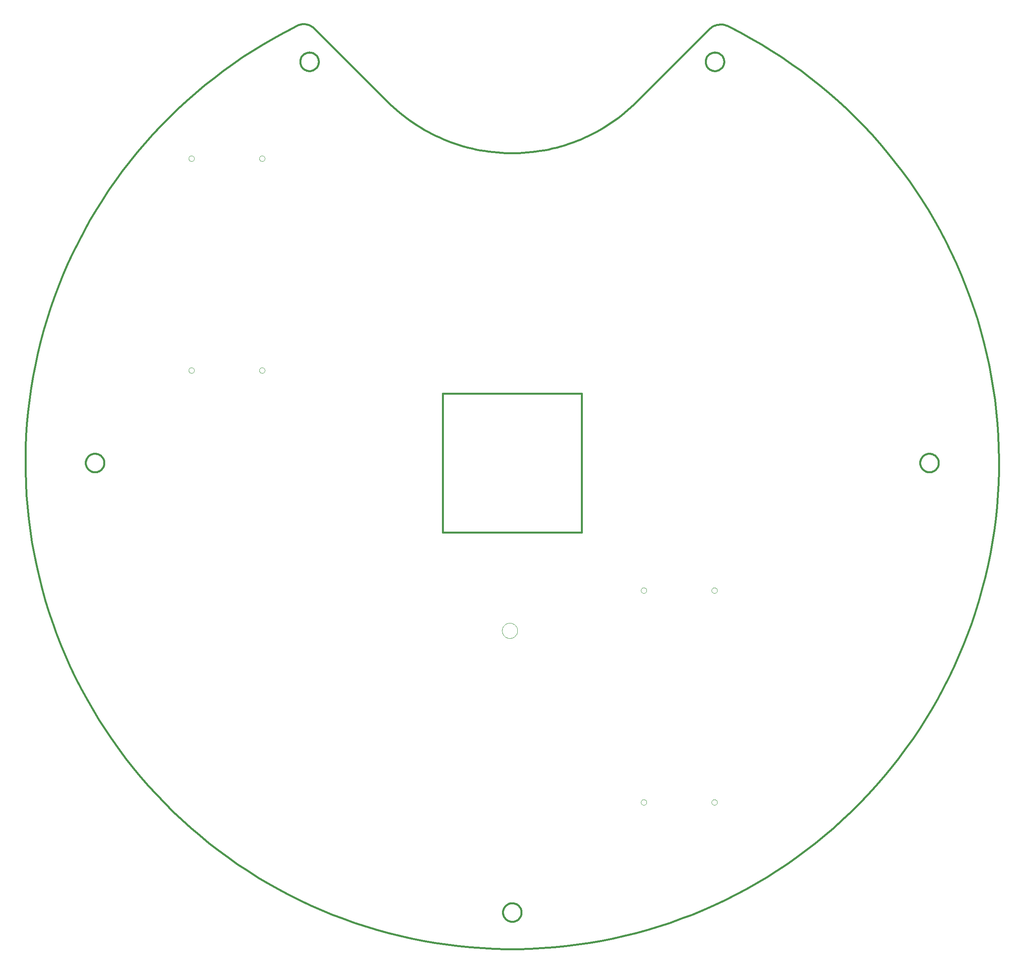
<source format=gbp>
G75*
%MOIN*%
%OFA0B0*%
%FSLAX24Y24*%
%IPPOS*%
%LPD*%
%AMOC8*
5,1,8,0,0,1.08239X$1,22.5*
%
%ADD10C,0.0160*%
%ADD11C,0.0000*%
D10*
X037702Y037702D02*
X049513Y037702D01*
X049513Y049513D01*
X037702Y049513D01*
X037702Y037702D01*
X025103Y080615D02*
X024205Y080152D01*
X023318Y079667D01*
X022443Y079160D01*
X021581Y078632D01*
X020733Y078083D01*
X019898Y077513D01*
X019077Y076923D01*
X018271Y076314D01*
X017480Y075684D01*
X016704Y075036D01*
X015945Y074369D01*
X015202Y073683D01*
X014476Y072980D01*
X013768Y072259D01*
X013077Y071521D01*
X012405Y070766D01*
X011751Y069995D01*
X011116Y069208D01*
X010501Y068406D01*
X009906Y067589D01*
X009331Y066758D01*
X008776Y065913D01*
X008242Y065055D01*
X007729Y064184D01*
X007238Y063301D01*
X006768Y062406D01*
X006321Y061499D01*
X005895Y060582D01*
X005493Y059655D01*
X005113Y058719D01*
X004756Y057773D01*
X004422Y056819D01*
X004112Y055857D01*
X003825Y054888D01*
X003562Y053912D01*
X003323Y052929D01*
X003108Y051942D01*
X002918Y050949D01*
X002751Y049952D01*
X002609Y048951D01*
X002492Y047947D01*
X002399Y046941D01*
X002331Y045932D01*
X002288Y044922D01*
X002269Y043912D01*
X002275Y042901D01*
X002305Y041891D01*
X002361Y040881D01*
X002441Y039874D01*
X002545Y038868D01*
X002675Y037866D01*
X002828Y036867D01*
X003006Y035872D01*
X003208Y034881D01*
X003435Y033896D01*
X003685Y032917D01*
X003960Y031944D01*
X004258Y030978D01*
X004579Y030020D01*
X004924Y029070D01*
X005292Y028129D01*
X005683Y027196D01*
X006097Y026274D01*
X006533Y025362D01*
X006991Y024461D01*
X007471Y023572D01*
X007973Y022694D01*
X008496Y021829D01*
X009040Y020977D01*
X009604Y020139D01*
X010189Y019315D01*
X010794Y018505D01*
X011419Y017710D01*
X012063Y016931D01*
X012725Y016168D01*
X013406Y015421D01*
X014106Y014691D01*
X014822Y013978D01*
X015556Y013283D01*
X016307Y012606D01*
X017074Y011948D01*
X017857Y011309D01*
X018656Y010689D01*
X019469Y010089D01*
X020297Y009509D01*
X021139Y008949D01*
X021994Y008410D01*
X022862Y007892D01*
X023742Y007396D01*
X024634Y006921D01*
X025538Y006468D01*
X026453Y006037D01*
X027377Y005629D01*
X028312Y005244D01*
X029255Y004881D01*
X030207Y004542D01*
X031168Y004226D01*
X032135Y003934D01*
X033110Y003665D01*
X034090Y003420D01*
X035077Y003200D01*
X036068Y003003D01*
X037064Y002831D01*
X038064Y002683D01*
X039067Y002560D01*
X040073Y002461D01*
X041082Y002387D01*
X042091Y002338D01*
X043102Y002313D01*
X044112Y002313D01*
X045123Y002338D01*
X046132Y002387D01*
X047141Y002461D01*
X048147Y002560D01*
X049150Y002683D01*
X050150Y002831D01*
X051146Y003003D01*
X052137Y003200D01*
X053124Y003420D01*
X054104Y003665D01*
X055079Y003934D01*
X056046Y004226D01*
X057007Y004542D01*
X057959Y004881D01*
X058902Y005244D01*
X059837Y005629D01*
X060761Y006037D01*
X061676Y006468D01*
X062580Y006921D01*
X063472Y007396D01*
X064352Y007892D01*
X065220Y008410D01*
X066075Y008949D01*
X066917Y009509D01*
X067745Y010089D01*
X068558Y010689D01*
X069357Y011309D01*
X070140Y011948D01*
X070907Y012606D01*
X071658Y013283D01*
X072392Y013978D01*
X073108Y014691D01*
X073808Y015421D01*
X074489Y016168D01*
X075151Y016931D01*
X075795Y017710D01*
X076420Y018505D01*
X077025Y019315D01*
X077610Y020139D01*
X078174Y020977D01*
X078718Y021829D01*
X079241Y022694D01*
X079743Y023572D01*
X080223Y024461D01*
X080681Y025362D01*
X081117Y026274D01*
X081531Y027196D01*
X081922Y028129D01*
X082290Y029070D01*
X082635Y030020D01*
X082956Y030978D01*
X083254Y031944D01*
X083529Y032917D01*
X083779Y033896D01*
X084006Y034881D01*
X084208Y035872D01*
X084386Y036867D01*
X084539Y037866D01*
X084669Y038868D01*
X084773Y039874D01*
X084853Y040881D01*
X084909Y041891D01*
X084939Y042901D01*
X084945Y043912D01*
X084926Y044922D01*
X084883Y045932D01*
X084815Y046941D01*
X084722Y047947D01*
X084605Y048951D01*
X084463Y049952D01*
X084296Y050949D01*
X084106Y051942D01*
X083891Y052929D01*
X083652Y053912D01*
X083389Y054888D01*
X083102Y055857D01*
X082792Y056819D01*
X082458Y057773D01*
X082101Y058719D01*
X081721Y059655D01*
X081319Y060582D01*
X080893Y061499D01*
X080446Y062406D01*
X079976Y063301D01*
X079485Y064184D01*
X078972Y065055D01*
X078438Y065913D01*
X077883Y066758D01*
X077308Y067589D01*
X076713Y068406D01*
X076098Y069208D01*
X075463Y069995D01*
X074809Y070766D01*
X074137Y071521D01*
X073446Y072259D01*
X072738Y072980D01*
X072012Y073683D01*
X071269Y074369D01*
X070510Y075036D01*
X069734Y075684D01*
X068943Y076314D01*
X068137Y076923D01*
X067316Y077513D01*
X066481Y078083D01*
X065633Y078632D01*
X064771Y079160D01*
X063896Y079667D01*
X063009Y080152D01*
X062111Y080615D01*
X062049Y080655D01*
X061986Y080692D01*
X061921Y080725D01*
X061855Y080754D01*
X061786Y080780D01*
X061717Y080803D01*
X061646Y080822D01*
X061575Y080837D01*
X061503Y080848D01*
X061430Y080855D01*
X061357Y080859D01*
X061284Y080858D01*
X061212Y080854D01*
X061139Y080846D01*
X061067Y080834D01*
X060996Y080819D01*
X060925Y080799D01*
X060856Y080776D01*
X060788Y080750D01*
X060722Y080719D01*
X060657Y080686D01*
X060594Y080649D01*
X060533Y080608D01*
X060475Y080565D01*
X060419Y080518D01*
X054225Y074328D01*
X060037Y077694D02*
X060039Y077750D01*
X060045Y077805D01*
X060055Y077859D01*
X060068Y077913D01*
X060086Y077966D01*
X060107Y078017D01*
X060131Y078067D01*
X060159Y078115D01*
X060191Y078161D01*
X060225Y078205D01*
X060263Y078246D01*
X060303Y078284D01*
X060346Y078319D01*
X060391Y078351D01*
X060439Y078380D01*
X060488Y078406D01*
X060539Y078428D01*
X060591Y078446D01*
X060645Y078460D01*
X060700Y078471D01*
X060755Y078478D01*
X060810Y078481D01*
X060866Y078480D01*
X060921Y078475D01*
X060976Y078466D01*
X061030Y078454D01*
X061083Y078437D01*
X061135Y078417D01*
X061185Y078393D01*
X061233Y078366D01*
X061280Y078336D01*
X061324Y078302D01*
X061366Y078265D01*
X061404Y078225D01*
X061441Y078183D01*
X061474Y078138D01*
X061503Y078092D01*
X061530Y078043D01*
X061552Y077992D01*
X061572Y077940D01*
X061587Y077886D01*
X061599Y077832D01*
X061607Y077777D01*
X061611Y077722D01*
X061611Y077666D01*
X061607Y077611D01*
X061599Y077556D01*
X061587Y077502D01*
X061572Y077448D01*
X061552Y077396D01*
X061530Y077345D01*
X061503Y077296D01*
X061474Y077250D01*
X061441Y077205D01*
X061404Y077163D01*
X061366Y077123D01*
X061324Y077086D01*
X061280Y077052D01*
X061233Y077022D01*
X061185Y076995D01*
X061135Y076971D01*
X061083Y076951D01*
X061030Y076934D01*
X060976Y076922D01*
X060921Y076913D01*
X060866Y076908D01*
X060810Y076907D01*
X060755Y076910D01*
X060700Y076917D01*
X060645Y076928D01*
X060591Y076942D01*
X060539Y076960D01*
X060488Y076982D01*
X060439Y077008D01*
X060391Y077037D01*
X060346Y077069D01*
X060303Y077104D01*
X060263Y077142D01*
X060225Y077183D01*
X060191Y077227D01*
X060159Y077273D01*
X060131Y077321D01*
X060107Y077371D01*
X060086Y077422D01*
X060068Y077475D01*
X060055Y077529D01*
X060045Y077583D01*
X060039Y077638D01*
X060037Y077694D01*
X054225Y074328D02*
X053965Y074075D01*
X053700Y073827D01*
X053428Y073587D01*
X053151Y073353D01*
X052868Y073126D01*
X052579Y072905D01*
X052286Y072692D01*
X051987Y072486D01*
X051684Y072287D01*
X051375Y072096D01*
X051063Y071912D01*
X050745Y071735D01*
X050424Y071567D01*
X050099Y071406D01*
X049770Y071253D01*
X049437Y071108D01*
X049101Y070971D01*
X048762Y070842D01*
X048419Y070722D01*
X048074Y070610D01*
X047727Y070506D01*
X047376Y070411D01*
X047024Y070324D01*
X046670Y070246D01*
X046314Y070176D01*
X045956Y070115D01*
X045597Y070062D01*
X045237Y070019D01*
X044876Y069984D01*
X044514Y069957D01*
X044151Y069940D01*
X043788Y069931D01*
X043426Y069931D01*
X043063Y069940D01*
X042700Y069957D01*
X042338Y069984D01*
X041977Y070019D01*
X041617Y070062D01*
X041258Y070115D01*
X040900Y070176D01*
X040544Y070246D01*
X040190Y070324D01*
X039838Y070411D01*
X039487Y070506D01*
X039140Y070610D01*
X038795Y070722D01*
X038452Y070842D01*
X038113Y070971D01*
X037777Y071108D01*
X037444Y071253D01*
X037115Y071406D01*
X036790Y071567D01*
X036469Y071735D01*
X036151Y071912D01*
X035839Y072096D01*
X035530Y072287D01*
X035227Y072486D01*
X034928Y072692D01*
X034635Y072905D01*
X034346Y073126D01*
X034063Y073353D01*
X033786Y073587D01*
X033514Y073827D01*
X033249Y074075D01*
X032989Y074328D01*
X026836Y080476D01*
X026787Y080527D01*
X026736Y080576D01*
X026681Y080621D01*
X026624Y080663D01*
X026565Y080702D01*
X026504Y080738D01*
X026440Y080770D01*
X026376Y080799D01*
X026309Y080824D01*
X026241Y080845D01*
X026173Y080862D01*
X026103Y080876D01*
X026033Y080886D01*
X025962Y080891D01*
X025891Y080893D01*
X025820Y080891D01*
X025750Y080885D01*
X025679Y080874D01*
X025610Y080860D01*
X025541Y080842D01*
X025474Y080821D01*
X025408Y080795D01*
X025343Y080766D01*
X025280Y080733D01*
X025219Y080697D01*
X025160Y080658D01*
X025103Y080615D01*
X025604Y077694D02*
X025606Y077750D01*
X025612Y077805D01*
X025622Y077859D01*
X025635Y077913D01*
X025653Y077966D01*
X025674Y078017D01*
X025698Y078067D01*
X025726Y078115D01*
X025758Y078161D01*
X025792Y078205D01*
X025830Y078246D01*
X025870Y078284D01*
X025913Y078319D01*
X025958Y078351D01*
X026006Y078380D01*
X026055Y078406D01*
X026106Y078428D01*
X026158Y078446D01*
X026212Y078460D01*
X026267Y078471D01*
X026322Y078478D01*
X026377Y078481D01*
X026433Y078480D01*
X026488Y078475D01*
X026543Y078466D01*
X026597Y078454D01*
X026650Y078437D01*
X026702Y078417D01*
X026752Y078393D01*
X026800Y078366D01*
X026847Y078336D01*
X026891Y078302D01*
X026933Y078265D01*
X026971Y078225D01*
X027008Y078183D01*
X027041Y078138D01*
X027070Y078092D01*
X027097Y078043D01*
X027119Y077992D01*
X027139Y077940D01*
X027154Y077886D01*
X027166Y077832D01*
X027174Y077777D01*
X027178Y077722D01*
X027178Y077666D01*
X027174Y077611D01*
X027166Y077556D01*
X027154Y077502D01*
X027139Y077448D01*
X027119Y077396D01*
X027097Y077345D01*
X027070Y077296D01*
X027041Y077250D01*
X027008Y077205D01*
X026971Y077163D01*
X026933Y077123D01*
X026891Y077086D01*
X026847Y077052D01*
X026800Y077022D01*
X026752Y076995D01*
X026702Y076971D01*
X026650Y076951D01*
X026597Y076934D01*
X026543Y076922D01*
X026488Y076913D01*
X026433Y076908D01*
X026377Y076907D01*
X026322Y076910D01*
X026267Y076917D01*
X026212Y076928D01*
X026158Y076942D01*
X026106Y076960D01*
X026055Y076982D01*
X026006Y077008D01*
X025958Y077037D01*
X025913Y077069D01*
X025870Y077104D01*
X025830Y077142D01*
X025792Y077183D01*
X025758Y077227D01*
X025726Y077273D01*
X025698Y077321D01*
X025674Y077371D01*
X025653Y077422D01*
X025635Y077475D01*
X025622Y077529D01*
X025612Y077583D01*
X025606Y077638D01*
X025604Y077694D01*
X007387Y043607D02*
X007389Y043663D01*
X007395Y043718D01*
X007405Y043772D01*
X007418Y043826D01*
X007436Y043879D01*
X007457Y043930D01*
X007481Y043980D01*
X007509Y044028D01*
X007541Y044074D01*
X007575Y044118D01*
X007613Y044159D01*
X007653Y044197D01*
X007696Y044232D01*
X007741Y044264D01*
X007789Y044293D01*
X007838Y044319D01*
X007889Y044341D01*
X007941Y044359D01*
X007995Y044373D01*
X008050Y044384D01*
X008105Y044391D01*
X008160Y044394D01*
X008216Y044393D01*
X008271Y044388D01*
X008326Y044379D01*
X008380Y044367D01*
X008433Y044350D01*
X008485Y044330D01*
X008535Y044306D01*
X008583Y044279D01*
X008630Y044249D01*
X008674Y044215D01*
X008716Y044178D01*
X008754Y044138D01*
X008791Y044096D01*
X008824Y044051D01*
X008853Y044005D01*
X008880Y043956D01*
X008902Y043905D01*
X008922Y043853D01*
X008937Y043799D01*
X008949Y043745D01*
X008957Y043690D01*
X008961Y043635D01*
X008961Y043579D01*
X008957Y043524D01*
X008949Y043469D01*
X008937Y043415D01*
X008922Y043361D01*
X008902Y043309D01*
X008880Y043258D01*
X008853Y043209D01*
X008824Y043163D01*
X008791Y043118D01*
X008754Y043076D01*
X008716Y043036D01*
X008674Y042999D01*
X008630Y042965D01*
X008583Y042935D01*
X008535Y042908D01*
X008485Y042884D01*
X008433Y042864D01*
X008380Y042847D01*
X008326Y042835D01*
X008271Y042826D01*
X008216Y042821D01*
X008160Y042820D01*
X008105Y042823D01*
X008050Y042830D01*
X007995Y042841D01*
X007941Y042855D01*
X007889Y042873D01*
X007838Y042895D01*
X007789Y042921D01*
X007741Y042950D01*
X007696Y042982D01*
X007653Y043017D01*
X007613Y043055D01*
X007575Y043096D01*
X007541Y043140D01*
X007509Y043186D01*
X007481Y043234D01*
X007457Y043284D01*
X007436Y043335D01*
X007418Y043388D01*
X007405Y043442D01*
X007395Y043496D01*
X007389Y043551D01*
X007387Y043607D01*
X042820Y005418D02*
X042822Y005474D01*
X042828Y005529D01*
X042838Y005583D01*
X042851Y005637D01*
X042869Y005690D01*
X042890Y005741D01*
X042914Y005791D01*
X042942Y005839D01*
X042974Y005885D01*
X043008Y005929D01*
X043046Y005970D01*
X043086Y006008D01*
X043129Y006043D01*
X043174Y006075D01*
X043222Y006104D01*
X043271Y006130D01*
X043322Y006152D01*
X043374Y006170D01*
X043428Y006184D01*
X043483Y006195D01*
X043538Y006202D01*
X043593Y006205D01*
X043649Y006204D01*
X043704Y006199D01*
X043759Y006190D01*
X043813Y006178D01*
X043866Y006161D01*
X043918Y006141D01*
X043968Y006117D01*
X044016Y006090D01*
X044063Y006060D01*
X044107Y006026D01*
X044149Y005989D01*
X044187Y005949D01*
X044224Y005907D01*
X044257Y005862D01*
X044286Y005816D01*
X044313Y005767D01*
X044335Y005716D01*
X044355Y005664D01*
X044370Y005610D01*
X044382Y005556D01*
X044390Y005501D01*
X044394Y005446D01*
X044394Y005390D01*
X044390Y005335D01*
X044382Y005280D01*
X044370Y005226D01*
X044355Y005172D01*
X044335Y005120D01*
X044313Y005069D01*
X044286Y005020D01*
X044257Y004974D01*
X044224Y004929D01*
X044187Y004887D01*
X044149Y004847D01*
X044107Y004810D01*
X044063Y004776D01*
X044016Y004746D01*
X043968Y004719D01*
X043918Y004695D01*
X043866Y004675D01*
X043813Y004658D01*
X043759Y004646D01*
X043704Y004637D01*
X043649Y004632D01*
X043593Y004631D01*
X043538Y004634D01*
X043483Y004641D01*
X043428Y004652D01*
X043374Y004666D01*
X043322Y004684D01*
X043271Y004706D01*
X043222Y004732D01*
X043174Y004761D01*
X043129Y004793D01*
X043086Y004828D01*
X043046Y004866D01*
X043008Y004907D01*
X042974Y004951D01*
X042942Y004997D01*
X042914Y005045D01*
X042890Y005095D01*
X042869Y005146D01*
X042851Y005199D01*
X042838Y005253D01*
X042828Y005307D01*
X042822Y005362D01*
X042820Y005418D01*
X078253Y043607D02*
X078255Y043663D01*
X078261Y043718D01*
X078271Y043772D01*
X078284Y043826D01*
X078302Y043879D01*
X078323Y043930D01*
X078347Y043980D01*
X078375Y044028D01*
X078407Y044074D01*
X078441Y044118D01*
X078479Y044159D01*
X078519Y044197D01*
X078562Y044232D01*
X078607Y044264D01*
X078655Y044293D01*
X078704Y044319D01*
X078755Y044341D01*
X078807Y044359D01*
X078861Y044373D01*
X078916Y044384D01*
X078971Y044391D01*
X079026Y044394D01*
X079082Y044393D01*
X079137Y044388D01*
X079192Y044379D01*
X079246Y044367D01*
X079299Y044350D01*
X079351Y044330D01*
X079401Y044306D01*
X079449Y044279D01*
X079496Y044249D01*
X079540Y044215D01*
X079582Y044178D01*
X079620Y044138D01*
X079657Y044096D01*
X079690Y044051D01*
X079719Y044005D01*
X079746Y043956D01*
X079768Y043905D01*
X079788Y043853D01*
X079803Y043799D01*
X079815Y043745D01*
X079823Y043690D01*
X079827Y043635D01*
X079827Y043579D01*
X079823Y043524D01*
X079815Y043469D01*
X079803Y043415D01*
X079788Y043361D01*
X079768Y043309D01*
X079746Y043258D01*
X079719Y043209D01*
X079690Y043163D01*
X079657Y043118D01*
X079620Y043076D01*
X079582Y043036D01*
X079540Y042999D01*
X079496Y042965D01*
X079449Y042935D01*
X079401Y042908D01*
X079351Y042884D01*
X079299Y042864D01*
X079246Y042847D01*
X079192Y042835D01*
X079137Y042826D01*
X079082Y042821D01*
X079026Y042820D01*
X078971Y042823D01*
X078916Y042830D01*
X078861Y042841D01*
X078807Y042855D01*
X078755Y042873D01*
X078704Y042895D01*
X078655Y042921D01*
X078607Y042950D01*
X078562Y042982D01*
X078519Y043017D01*
X078479Y043055D01*
X078441Y043096D01*
X078407Y043140D01*
X078375Y043186D01*
X078347Y043234D01*
X078323Y043284D01*
X078302Y043335D01*
X078284Y043388D01*
X078271Y043442D01*
X078261Y043496D01*
X078255Y043551D01*
X078253Y043607D01*
D11*
X060554Y032769D02*
X060556Y032799D01*
X060562Y032829D01*
X060571Y032858D01*
X060584Y032885D01*
X060601Y032910D01*
X060620Y032933D01*
X060643Y032954D01*
X060668Y032971D01*
X060694Y032985D01*
X060723Y032995D01*
X060752Y033002D01*
X060782Y033005D01*
X060813Y033004D01*
X060843Y032999D01*
X060872Y032990D01*
X060899Y032978D01*
X060925Y032963D01*
X060949Y032944D01*
X060970Y032922D01*
X060988Y032898D01*
X061003Y032871D01*
X061014Y032843D01*
X061022Y032814D01*
X061026Y032784D01*
X061026Y032754D01*
X061022Y032724D01*
X061014Y032695D01*
X061003Y032667D01*
X060988Y032640D01*
X060970Y032616D01*
X060949Y032594D01*
X060925Y032575D01*
X060899Y032560D01*
X060872Y032548D01*
X060843Y032539D01*
X060813Y032534D01*
X060782Y032533D01*
X060752Y032536D01*
X060723Y032543D01*
X060694Y032553D01*
X060668Y032567D01*
X060643Y032584D01*
X060620Y032605D01*
X060601Y032628D01*
X060584Y032653D01*
X060571Y032680D01*
X060562Y032709D01*
X060556Y032739D01*
X060554Y032769D01*
X054554Y032769D02*
X054556Y032799D01*
X054562Y032829D01*
X054571Y032858D01*
X054584Y032885D01*
X054601Y032910D01*
X054620Y032933D01*
X054643Y032954D01*
X054668Y032971D01*
X054694Y032985D01*
X054723Y032995D01*
X054752Y033002D01*
X054782Y033005D01*
X054813Y033004D01*
X054843Y032999D01*
X054872Y032990D01*
X054899Y032978D01*
X054925Y032963D01*
X054949Y032944D01*
X054970Y032922D01*
X054988Y032898D01*
X055003Y032871D01*
X055014Y032843D01*
X055022Y032814D01*
X055026Y032784D01*
X055026Y032754D01*
X055022Y032724D01*
X055014Y032695D01*
X055003Y032667D01*
X054988Y032640D01*
X054970Y032616D01*
X054949Y032594D01*
X054925Y032575D01*
X054899Y032560D01*
X054872Y032548D01*
X054843Y032539D01*
X054813Y032534D01*
X054782Y032533D01*
X054752Y032536D01*
X054723Y032543D01*
X054694Y032553D01*
X054668Y032567D01*
X054643Y032584D01*
X054620Y032605D01*
X054601Y032628D01*
X054584Y032653D01*
X054571Y032680D01*
X054562Y032709D01*
X054556Y032739D01*
X054554Y032769D01*
X042763Y029351D02*
X042765Y029401D01*
X042771Y029451D01*
X042781Y029501D01*
X042794Y029549D01*
X042811Y029597D01*
X042832Y029643D01*
X042856Y029687D01*
X042884Y029729D01*
X042915Y029769D01*
X042949Y029806D01*
X042986Y029841D01*
X043025Y029872D01*
X043066Y029901D01*
X043110Y029926D01*
X043156Y029948D01*
X043203Y029966D01*
X043251Y029980D01*
X043300Y029991D01*
X043350Y029998D01*
X043400Y030001D01*
X043451Y030000D01*
X043501Y029995D01*
X043551Y029986D01*
X043599Y029974D01*
X043647Y029957D01*
X043693Y029937D01*
X043738Y029914D01*
X043781Y029887D01*
X043821Y029857D01*
X043859Y029824D01*
X043894Y029788D01*
X043927Y029749D01*
X043956Y029708D01*
X043982Y029665D01*
X044005Y029620D01*
X044024Y029573D01*
X044039Y029525D01*
X044051Y029476D01*
X044059Y029426D01*
X044063Y029376D01*
X044063Y029326D01*
X044059Y029276D01*
X044051Y029226D01*
X044039Y029177D01*
X044024Y029129D01*
X044005Y029082D01*
X043982Y029037D01*
X043956Y028994D01*
X043927Y028953D01*
X043894Y028914D01*
X043859Y028878D01*
X043821Y028845D01*
X043781Y028815D01*
X043738Y028788D01*
X043693Y028765D01*
X043647Y028745D01*
X043599Y028728D01*
X043551Y028716D01*
X043501Y028707D01*
X043451Y028702D01*
X043400Y028701D01*
X043350Y028704D01*
X043300Y028711D01*
X043251Y028722D01*
X043203Y028736D01*
X043156Y028754D01*
X043110Y028776D01*
X043066Y028801D01*
X043025Y028830D01*
X042986Y028861D01*
X042949Y028896D01*
X042915Y028933D01*
X042884Y028973D01*
X042856Y029015D01*
X042832Y029059D01*
X042811Y029105D01*
X042794Y029153D01*
X042781Y029201D01*
X042771Y029251D01*
X042765Y029301D01*
X042763Y029351D01*
X054554Y014769D02*
X054556Y014799D01*
X054562Y014829D01*
X054571Y014858D01*
X054584Y014885D01*
X054601Y014910D01*
X054620Y014933D01*
X054643Y014954D01*
X054668Y014971D01*
X054694Y014985D01*
X054723Y014995D01*
X054752Y015002D01*
X054782Y015005D01*
X054813Y015004D01*
X054843Y014999D01*
X054872Y014990D01*
X054899Y014978D01*
X054925Y014963D01*
X054949Y014944D01*
X054970Y014922D01*
X054988Y014898D01*
X055003Y014871D01*
X055014Y014843D01*
X055022Y014814D01*
X055026Y014784D01*
X055026Y014754D01*
X055022Y014724D01*
X055014Y014695D01*
X055003Y014667D01*
X054988Y014640D01*
X054970Y014616D01*
X054949Y014594D01*
X054925Y014575D01*
X054899Y014560D01*
X054872Y014548D01*
X054843Y014539D01*
X054813Y014534D01*
X054782Y014533D01*
X054752Y014536D01*
X054723Y014543D01*
X054694Y014553D01*
X054668Y014567D01*
X054643Y014584D01*
X054620Y014605D01*
X054601Y014628D01*
X054584Y014653D01*
X054571Y014680D01*
X054562Y014709D01*
X054556Y014739D01*
X054554Y014769D01*
X060554Y014769D02*
X060556Y014799D01*
X060562Y014829D01*
X060571Y014858D01*
X060584Y014885D01*
X060601Y014910D01*
X060620Y014933D01*
X060643Y014954D01*
X060668Y014971D01*
X060694Y014985D01*
X060723Y014995D01*
X060752Y015002D01*
X060782Y015005D01*
X060813Y015004D01*
X060843Y014999D01*
X060872Y014990D01*
X060899Y014978D01*
X060925Y014963D01*
X060949Y014944D01*
X060970Y014922D01*
X060988Y014898D01*
X061003Y014871D01*
X061014Y014843D01*
X061022Y014814D01*
X061026Y014784D01*
X061026Y014754D01*
X061022Y014724D01*
X061014Y014695D01*
X061003Y014667D01*
X060988Y014640D01*
X060970Y014616D01*
X060949Y014594D01*
X060925Y014575D01*
X060899Y014560D01*
X060872Y014548D01*
X060843Y014539D01*
X060813Y014534D01*
X060782Y014533D01*
X060752Y014536D01*
X060723Y014543D01*
X060694Y014553D01*
X060668Y014567D01*
X060643Y014584D01*
X060620Y014605D01*
X060601Y014628D01*
X060584Y014653D01*
X060571Y014680D01*
X060562Y014709D01*
X060556Y014739D01*
X060554Y014769D01*
X022140Y051465D02*
X022142Y051495D01*
X022148Y051525D01*
X022157Y051554D01*
X022170Y051581D01*
X022187Y051606D01*
X022206Y051629D01*
X022229Y051650D01*
X022254Y051667D01*
X022280Y051681D01*
X022309Y051691D01*
X022338Y051698D01*
X022368Y051701D01*
X022399Y051700D01*
X022429Y051695D01*
X022458Y051686D01*
X022485Y051674D01*
X022511Y051659D01*
X022535Y051640D01*
X022556Y051618D01*
X022574Y051594D01*
X022589Y051567D01*
X022600Y051539D01*
X022608Y051510D01*
X022612Y051480D01*
X022612Y051450D01*
X022608Y051420D01*
X022600Y051391D01*
X022589Y051363D01*
X022574Y051336D01*
X022556Y051312D01*
X022535Y051290D01*
X022511Y051271D01*
X022485Y051256D01*
X022458Y051244D01*
X022429Y051235D01*
X022399Y051230D01*
X022368Y051229D01*
X022338Y051232D01*
X022309Y051239D01*
X022280Y051249D01*
X022254Y051263D01*
X022229Y051280D01*
X022206Y051301D01*
X022187Y051324D01*
X022170Y051349D01*
X022157Y051376D01*
X022148Y051405D01*
X022142Y051435D01*
X022140Y051465D01*
X016140Y051465D02*
X016142Y051495D01*
X016148Y051525D01*
X016157Y051554D01*
X016170Y051581D01*
X016187Y051606D01*
X016206Y051629D01*
X016229Y051650D01*
X016254Y051667D01*
X016280Y051681D01*
X016309Y051691D01*
X016338Y051698D01*
X016368Y051701D01*
X016399Y051700D01*
X016429Y051695D01*
X016458Y051686D01*
X016485Y051674D01*
X016511Y051659D01*
X016535Y051640D01*
X016556Y051618D01*
X016574Y051594D01*
X016589Y051567D01*
X016600Y051539D01*
X016608Y051510D01*
X016612Y051480D01*
X016612Y051450D01*
X016608Y051420D01*
X016600Y051391D01*
X016589Y051363D01*
X016574Y051336D01*
X016556Y051312D01*
X016535Y051290D01*
X016511Y051271D01*
X016485Y051256D01*
X016458Y051244D01*
X016429Y051235D01*
X016399Y051230D01*
X016368Y051229D01*
X016338Y051232D01*
X016309Y051239D01*
X016280Y051249D01*
X016254Y051263D01*
X016229Y051280D01*
X016206Y051301D01*
X016187Y051324D01*
X016170Y051349D01*
X016157Y051376D01*
X016148Y051405D01*
X016142Y051435D01*
X016140Y051465D01*
X016140Y069465D02*
X016142Y069495D01*
X016148Y069525D01*
X016157Y069554D01*
X016170Y069581D01*
X016187Y069606D01*
X016206Y069629D01*
X016229Y069650D01*
X016254Y069667D01*
X016280Y069681D01*
X016309Y069691D01*
X016338Y069698D01*
X016368Y069701D01*
X016399Y069700D01*
X016429Y069695D01*
X016458Y069686D01*
X016485Y069674D01*
X016511Y069659D01*
X016535Y069640D01*
X016556Y069618D01*
X016574Y069594D01*
X016589Y069567D01*
X016600Y069539D01*
X016608Y069510D01*
X016612Y069480D01*
X016612Y069450D01*
X016608Y069420D01*
X016600Y069391D01*
X016589Y069363D01*
X016574Y069336D01*
X016556Y069312D01*
X016535Y069290D01*
X016511Y069271D01*
X016485Y069256D01*
X016458Y069244D01*
X016429Y069235D01*
X016399Y069230D01*
X016368Y069229D01*
X016338Y069232D01*
X016309Y069239D01*
X016280Y069249D01*
X016254Y069263D01*
X016229Y069280D01*
X016206Y069301D01*
X016187Y069324D01*
X016170Y069349D01*
X016157Y069376D01*
X016148Y069405D01*
X016142Y069435D01*
X016140Y069465D01*
X022140Y069465D02*
X022142Y069495D01*
X022148Y069525D01*
X022157Y069554D01*
X022170Y069581D01*
X022187Y069606D01*
X022206Y069629D01*
X022229Y069650D01*
X022254Y069667D01*
X022280Y069681D01*
X022309Y069691D01*
X022338Y069698D01*
X022368Y069701D01*
X022399Y069700D01*
X022429Y069695D01*
X022458Y069686D01*
X022485Y069674D01*
X022511Y069659D01*
X022535Y069640D01*
X022556Y069618D01*
X022574Y069594D01*
X022589Y069567D01*
X022600Y069539D01*
X022608Y069510D01*
X022612Y069480D01*
X022612Y069450D01*
X022608Y069420D01*
X022600Y069391D01*
X022589Y069363D01*
X022574Y069336D01*
X022556Y069312D01*
X022535Y069290D01*
X022511Y069271D01*
X022485Y069256D01*
X022458Y069244D01*
X022429Y069235D01*
X022399Y069230D01*
X022368Y069229D01*
X022338Y069232D01*
X022309Y069239D01*
X022280Y069249D01*
X022254Y069263D01*
X022229Y069280D01*
X022206Y069301D01*
X022187Y069324D01*
X022170Y069349D01*
X022157Y069376D01*
X022148Y069405D01*
X022142Y069435D01*
X022140Y069465D01*
M02*

</source>
